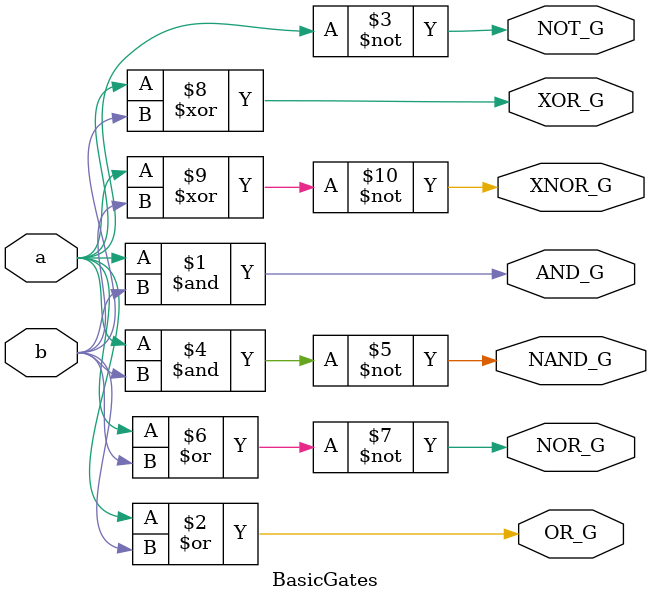
<source format=v>
`timescale 1ns / 1ps
	
module BasicGates(a, b, AND_G, OR_G, NOT_G, NAND_G, NOR_G, XOR_G, XNOR_G);
	
	input a, b;
	output AND_G, OR_G, NOT_G, NAND_G, NOR_G, XOR_G, XNOR_G;
	
	assign AND_G = a & b;
	assign OR_G = a | b;
	assign NOT_G = ~ a;
	assign NAND_G = ~(a & b);
	assign NOR_G = ~(a | b);
	assign XOR_G = a ^ b;
	assign XNOR_G = ~(a ^ b);

endmodule

</source>
